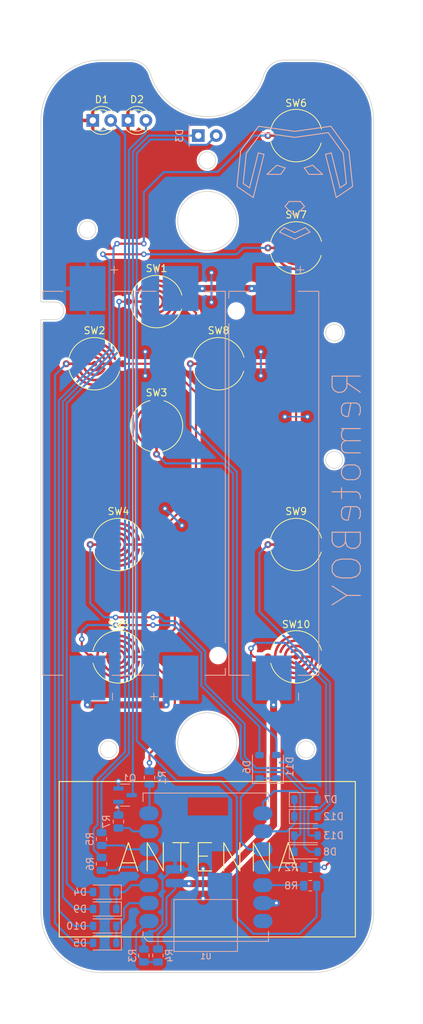
<source format=kicad_pcb>
(kicad_pcb (version 20240108) (generator "pcbnew") (generator_version "8.0")
  (title_block (title "RemoteBOY") (date "2024-03-24") (rev "1") (company "Lola Engineering") (comment 4 "AISLER Project ID: SVAXIMHV"))
  (layers (0 "F.Cu" mixed) (31 "B.Cu" mixed) (34 "B.Paste" user) (35 "F.Paste" user) (36 "B.SilkS" user "B.Silkscreen") (37 "F.SilkS" user "F.Silkscreen") (38 "B.Mask" user) (39 "F.Mask" user) (44 "Edge.Cuts" user))
  (net 0 "")
  (net 2 "Net-(D1-A)")
  (net 3 "GND")
  (net 4 "Net-(D2-A)")
  (net 5 "Net-(D3-A)")
  (net 6 "Net-(D3-K)")
  (net 7 "/ROW1")
  (net 8 "Net-(D4-A)")
  (net 9 "/ROW2")
  (net 10 "Net-(D5-A)")
  (net 11 "/ROW3")
  (net 12 "Net-(D6-A)")
  (net 13 "Net-(D7-A)")
  (net 14 "/ROW4")
  (net 15 "/ROW5")
  (net 16 "Net-(D8-A)")
  (net 17 "Net-(D9-A)")
  (net 18 "Net-(D10-A)")
  (net 19 "Net-(D11-A)")
  (net 20 "Net-(D12-A)")
  (net 21 "Net-(D13-A)")
  (net 22 "/COL1")
  (net 23 "Net-(R1-Pad2)")
  (net 24 "/COL2")
  (net 25 "Net-(R2-Pad2)")
  (net 26 "/BAT+")
  (net 27 "/ANALOG1")
  (net 28 "/BAT-")
  (net 29 "/LED1")
  (net 30 "/LED2")
  (net 31 "Net-(Q1-B)")
  (net 32 "/IR_LED")
  (net 33 "/3V3+")
  (net 34 "Net-(BT1-+)")
  (net 35 "Net-(BT2-+)")
  (footprint "LED_THT:LED_D3.0mm" (layer "F.Cu") (at 55.56 33)
    (property "Reference" "D1")
    (property "Value" "WP710A10LYD")
  )
  (footprint "XIAO_ESP32C3:SiliconeDome" (layer "F.Cu") (at 84.4 93.05)
    (property "Reference" "SW9")
    (property "Value" "SW_Push")
  )
  (footprint "XIAO_ESP32C3:SiliconeDome" (layer "F.Cu") (at 84.4 51.05)
    (property "Reference" "SW7")
    (property "Value" "SW_Push")
  )
  (footprint "XIAO_ESP32C3:SiliconeDome" (layer "F.Cu") (at 84.4 35.15)
    (property "Reference" "SW6")
    (property "Value" "SW_Push")
  )
  (footprint "LED_THT:LED_D3.0mm" (layer "F.Cu") (at 60.56 33)
    (property "Reference" "D2")
    (property "Value" "WP710A10LYD")
  )
  (footprint "XIAO_ESP32C3:SiliconeDome" (layer "F.Cu") (at 64.6 76.25 90)
    (property "Reference" "SW3")
    (property "Value" "SW_Push")
  )
  (footprint "XIAO_ESP32C3:SiliconeDome" (layer "F.Cu") (at 64.6 58.65)
    (property "Reference" "SW1")
    (property "Value" "SW_Push")
  )
  (footprint "XIAO_ESP32C3:SiliconeDome" (layer "F.Cu") (at 59.2 93.05)
    (property "Reference" "SW4")
    (property "Value" "SW_Push")
  )
  (footprint "XIAO_ESP32C3:SiliconeDome" (layer "F.Cu") (at 84.4 108.95)
    (property "Reference" "SW10")
    (property "Value" "SW_Push")
  )
  (footprint "XIAO_ESP32C3:SiliconeDome" (layer "F.Cu") (at 73.4 67.45)
    (property "Reference" "SW8")
    (property "Value" "SW_Push")
  )
  (footprint "XIAO_ESP32C3:SiliconeDome" (layer "F.Cu") (at 55.8 67.45)
    (property "Reference" "SW2")
    (property "Value" "SW_Push")
  )
  (footprint "XIAO_ESP32C3:SiliconeDome" (layer "F.Cu") (at 59.2 108.95)
    (property "Reference" "SW5")
    (property "Value" "SW_Push")
  )
  (footprint "Resistor_SMD:R_0805_2012Metric" (layer "B.Cu") (at 64.8 151.2375 90)
    (property "Reference" "R4")
    (property "Value" "220k")
  )
  (footprint "Resistor_SMD:R_0805_2012Metric" (layer "B.Cu") (at 56.8 134.7375 90)
    (property "Reference" "R5")
    (property "Value" "470")
  )
  (footprint "Diode_SMD:D_SOD-123" (layer "B.Cu") (at 79.2 124.5 90)
    (property "Reference" "D6")
    (property "Value" "1N4148W")
  )
  (footprint "Diode_SMD:D_SOD-123" (layer "B.Cu") (at 85.8 136.55)
    (property "Reference" "D8")
    (property "Value" "1N4148W")
  )
  (footprint "Diode_SMD:D_SOD-123" (layer "B.Cu") (at 85.8 129.15)
    (property "Reference" "D7")
    (property "Value" "1N4148W")
  )
  (footprint "Resistor_SMD:R_0805_2012Metric" (layer "B.Cu") (at 86.4125 138.75)
    (property "Reference" "R2")
    (property "Value" "470")
  )
  (footprint "Diode_SMD:D_SOD-123" (layer "B.Cu") (at 85.8 131.55)
    (property "Reference" "D12")
    (property "Value" "1N4148W")
  )
  (footprint "Diode_SMD:D_SOD-123" (layer "B.Cu") (at 85.8 134.25)
    (property "Reference" "D13")
    (property "Value" "1N4148W")
  )
  (footprint "LED_THT:LED_D5.0mm" (layer "B.Cu") (at 70.525 35.15)
    (property "Reference" "D3")
    (property "Value" "TSAL6200")
  )
  (footprint "Keystone_1020:BAT_1020" (layer "B.Cu") (at 68.01 84.37 90)
    (property "Reference" "BT2" (hide yes))
    (property "Value" "AAA" (hide yes))
  )
  (footprint "Keystone_1020:BAT_1020" (layer "B.Cu") (at 54.81 84.37 -90)
    (property "Reference" "BT3" (hide yes))
    (property "Value" "AAA" (hide yes))
  )
  (footprint "Diode_SMD:D_SOD-123" (layer "B.Cu") (at 81.6 124.5 90)
    (property "Reference" "D11")
    (property "Value" "1N4148W")
  )
  (footprint "Resistor_SMD:R_0805_2012Metric" (layer "B.Cu") (at 86.4 141.35 180)
    (property "Reference" "R8")
    (property "Value" "22 1/2W")
  )
  (footprint "Diode_SMD:D_SOD-123" (layer "B.Cu") (at 57.25 142.25 180)
    (property "Reference" "D4")
    (property "Value" "1N4148W")
  )
  (footprint "Resistor_SMD:R_0805_2012Metric" (layer "B.Cu") (at 59.2 132.2625 90)
    (property "Reference" "R7")
    (property "Value" "330")
  )
  (footprint "Package_TO_SOT_SMD:SOT-23" (layer "B.Cu") (at 60.1375 128.525)
    (property "Reference" "Q1")
    (property "Value" "MMBT2222A")
  )
  (footprint "Diode_SMD:D_SOD-123" (layer "B.Cu") (at 57.25 144.65 180)
    (property "Reference" "D9")
    (property "Value" "1N4148W")
  )
  (footprint "XIAO_ESP32C3:MOUDLE14P-SMD-2.54-21X17.8MM" (layer "B.Cu") (at 62.6825 128.23075)
    (property "Reference" "U1")
    (property "Value" "MOUDLE-SEEEDUINO-XIAO-ESP32C3")
  )
  (footprint "Diode_SMD:D_SOD-123" (layer "B.Cu") (at 57.25 147.05 180)
    (property "Reference" "D10")
    (property "Value" "1N4148W")
  )
  (footprint "Diode_SMD:D_SOD-123" (layer "B.Cu") (at 57.25 149.45 180)
    (property "Reference" "D5")
    (property "Value" "1N4148W")
  )
  (footprint "Keystone_1020:BAT_1020" (layer "B.Cu") (at 81.21 84.37 -90)
    (property "Reference" "BT1" (hide yes))
    (property "Value" "AAA" (hide yes))
  )
  (footprint "Resistor_SMD:R_0805_2012Metric" (layer "B.Cu") (at 56.8 138.2625 90)
    (property "Reference" "R6")
    (property "Value" "470")
  )
  (footprint "Resistor_SMD:R_0805_2012Metric" (layer "B.Cu") (at 63.6 126.0375 90)
    (property "Reference" "R1")
    (property "Value" "470")
  )
  (footprint "Resistor_SMD:R_0805_2012Metric" (layer "B.Cu") (at 62.8 151.2375 -90)
    (property "Reference" "R3")
    (property "Value" "220k")
  )
  (gr_line (start 82.8 74.95) (end 86 74.95) (stroke (width 0.2)) (layer "B.Cu") (net 3))
  (gr_line (start 82.826938 45.180683) (end 84.2074 46.572059) (stroke (width 0.14)) (layer "B.SilkS"))
  (gr_line (start 91.887977 37.33761) (end 92.4148 42.35) (stroke (width 0.14)) (layer "B.SilkS"))
  (gr_line (start 82.050387 48.806747) (end 84.2074 49.812578) (stroke (width 0.14)) (layer "B.SilkS"))
  (gr_line (start 86.198183 40.633616) (end 88.158183 40.633616) (stroke (width 0.14)) (layer "B.SilkS"))
  (gr_line (start 76 42.35) (end 78.321305 43.915741) (stroke (width 0.14)) (layer "B.SilkS"))
  (gr_line (start 82.682477 48.174657) (end 82.050387 48.806747) (stroke (width 0.14)) (layer "B.SilkS"))
  (gr_line (start 82.216617 40.633616) (end 82.867069 39.721853) (stroke (width 0.14)) (layer "B.SilkS"))
  (gr_line (start 85.732323 48.174657) (end 84.2074 48.885741) (stroke (width 0.14)) (layer "B.SilkS"))
  (gr_line (start 84.2074 48.885741) (end 82.682477 48.174657) (stroke (width 0.14)) (layer "B.SilkS"))
  (gr_line (start 86.749387 39.342877) (end 85.547731 39.721853) (stroke (width 0.14)) (layer "B.SilkS"))
  (gr_line (start 78.321305 43.915741) (end 79.845413 37.802877) (stroke (width 0.14)) (layer "B.SilkS"))
  (gr_line (start 85.0124 44.475741) (end 83.4024 44.475741) (stroke (width 0.14)) (layer "B.SilkS"))
  (gr_line (start 76.526823 37.33761) (end 76 42.35) (stroke (width 0.14)) (layer "B.SilkS"))
  (gr_line (start 90.618323 42.548516) (end 89.384435 37.599663) (stroke (width 0.14)) (layer "B.SilkS"))
  (gr_line (start 81.665413 39.342877) (end 80.256617 40.633616) (stroke (width 0.14)) (layer "B.SilkS"))
  (gr_line (start 92.4148 42.35) (end 90.093495 43.915741) (stroke (width 0.14)) (layer "B.SilkS"))
  (gr_line (start 88.954083 34.728545) (end 91.076105 37.649258) (stroke (width 0.14)) (layer "B.SilkS"))
  (gr_line (start 80.256617 40.633616) (end 82.216617 40.633616) (stroke (width 0.14)) (layer "B.SilkS"))
  (gr_line (start 84.2074 49.812578) (end 86.364413 48.806747) (stroke (width 0.14)) (layer "B.SilkS"))
  (gr_line (start 79.030365 37.599663) (end 79.845413 37.802877) (stroke (width 0.14)) (layer "B.SilkS"))
  (gr_line (start 84.2074 34.547393) (end 79.077811 33.826476) (stroke (width 0.14)) (layer "B.SilkS"))
  (gr_line (start 76.888156 41.935846) (end 77.796477 42.548516) (stroke (width 0.14)) (layer "B.SilkS"))
  (gr_line (start 84.2074 35.395648) (end 88.954083 34.728545) (stroke (width 0.14)) (layer "B.SilkS"))
  (gr_line (start 89.336989 33.826476) (end 91.887977 37.33761) (stroke (width 0.14)) (layer "B.SilkS"))
  (gr_line (start 88.158183 40.633616) (end 86.749387 39.342877) (stroke (width 0.14)) (layer "B.SilkS"))
  (gr_line (start 82.867069 39.721853) (end 81.665413 39.342877) (stroke (width 0.14)) (layer "B.SilkS"))
  (gr_line (start 79.077811 33.826476) (end 76.526823 37.33761) (stroke (width 0.14)) (layer "B.SilkS"))
  (gr_line (start 85.587862 45.180683) (end 85.0124 44.475741) (stroke (width 0.14)) (layer "B.SilkS"))
  (gr_line (start 77.338695 37.649258) (end 76.888156 41.935846) (stroke (width 0.14)) (layer "B.SilkS"))
  (gr_line (start 84.2074 46.572059) (end 85.587862 45.180683) (stroke (width 0.14)) (layer "B.SilkS"))
  (gr_line (start 85.547731 39.721853) (end 86.198183 40.633616) (stroke (width 0.14)) (layer "B.SilkS"))
  (gr_line (start 79.460717 34.728545) (end 77.338695 37.649258) (stroke (width 0.14)) (layer "B.SilkS"))
  (gr_line (start 90.093495 43.915741) (end 88.569387 37.802877) (stroke (width 0.14)) (layer "B.SilkS"))
  (gr_line (start 89.384435 37.599663) (end 88.569387 37.802877) (stroke (width 0.14)) (layer "B.SilkS"))
  (gr_line (start 86.364413 48.806747) (end 85.732323 48.174657) (stroke (width 0.14)) (layer "B.SilkS"))
  (gr_line (start 91.076105 37.649258) (end 91.526644 41.935846) (stroke (width 0.14)) (layer "B.SilkS"))
  (gr_line (start 83.4024 44.475741) (end 82.826938 45.180683) (stroke (width 0.14)) (layer "B.SilkS"))
  (gr_line (start 91.526644 41.935846) (end 90.618323 42.548516) (stroke (width 0.14)) (layer "B.SilkS"))
  (gr_line (start 77.796477 42.548516) (end 79.030365 37.599663) (stroke (width 0.14)) (layer "B.SilkS"))
  (gr_line (start 84.2074 35.395648) (end 79.460717 34.728545) (stroke (width 0.14)) (layer "B.SilkS"))
  (gr_line (start 84.2074 34.547393) (end 89.336989 33.826476) (stroke (width 0.14)) (layer "B.SilkS"))
  (gr_rect (start 50.8 126.6) (end 92.8 148.6) (stroke (width 0.15)) (fill none) (layer "F.SilkS"))
  (gr_arc (start 79.817709 26.555263) (mid 80.904126 25.032947) (end 82.681173 24.45) (stroke (width 0.1)) (layer "Edge.Cuts"))
  (gr_arc (start 60.918826 24.45) (mid 62.69586 25.032965) (end 63.782291 26.555263) (stroke (width 0.1)) (layer "Edge.Cuts"))
  (gr_line (start 95.4 33.049996) (end 95.4 145.049992) (stroke (width 0.1)) (layer "Edge.Cuts"))
  (gr_circle (center 57.8 122.05) (end 59 122.05) (stroke (width 0.1)) (fill none) (layer "Edge.Cuts"))
  (gr_arc (start 48.2 33.049998) (mid 50.718882 26.968882) (end 56.799998 24.45) (stroke (width 0.1)) (layer "Edge.Cuts"))
  (gr_arc (start 86.800003 24.45) (mid 92.881118 26.968881) (end 95.4 33.049996) (stroke (width 0.1)) (layer "Edge.Cuts"))
  (gr_circle (center 89.8 63.05) (end 91 63.05) (stroke (width 0.1)) (fill none) (layer "Edge.Cuts"))
  (gr_circle (center 85.8 122.05) (end 87 122.05) (stroke (width 0.1)) (fill none) (layer "Edge.Cuts"))
  (gr_arc (start 56.800001 153.65) (mid 50.718882 151.131118) (end 48.2 145.049999) (stroke (width 0.1)) (layer "Edge.Cuts"))
  (gr_line (start 56.799998 24.45) (end 60.918826 24.45) (stroke (width 0.1)) (layer "Edge.Cuts"))
  (gr_line (start 50.2 58.7) (end 48.2 58.7) (stroke (width 0.1)) (layer "Edge.Cuts"))
  (gr_line (start 86.799992 153.65) (end 56.800001 153.65) (stroke (width 0.1)) (layer "Edge.Cuts"))
  (gr_arc (start 95.4 145.049992) (mid 92.881118 151.131118) (end 86.799992 153.65) (stroke (width 0.1)) (layer "Edge.Cuts"))
  (gr_arc (start 50.2 58.7) (mid 51.45 59.95) (end 50.2 61.2) (stroke (width 0.1)) (layer "Edge.Cuts"))
  (gr_line (start 48.2 145.049999) (end 48.2 61.2) (stroke (width 0.1)) (layer "Edge.Cuts"))
  (gr_circle (center 71.8 38.65) (end 73 38.65) (stroke (width 0.1)) (fill none) (layer "Edge.Cuts"))
  (gr_line (start 48.2 58.7) (end 48.2 33.049998) (stroke (width 0.1)) (layer "Edge.Cuts"))
  (gr_circle (center 89.8 81.05) (end 91 81.05) (stroke (width 0.1)) (fill none) (layer "Edge.Cuts"))
  (gr_line (start 82.681173 24.45) (end 86.800003 24.45) (stroke (width 0.1)) (layer "Edge.Cuts"))
  (gr_arc (start 79.817709 26.555263) (mid 71.8 32.45) (end 63.782291 26.555263) (stroke (width 0.1)) (layer "Edge.Cuts"))
  (gr_circle (center 71.8 47.25) (end 76 47.25) (stroke (width 0.1)) (fill none) (layer "Edge.Cuts"))
  (gr_circle (center 71.8 121.05) (end 76 121.05) (stroke (width 0.1)) (fill none) (layer "Edge.Cuts"))
  (gr_line (start 50.2 61.2) (end 48.2 61.2) (stroke (width 0.1)) (layer "Edge.Cuts"))
  (gr_circle (center 54.8 48.45) (end 56 48.45) (stroke (width 0.1)) (fill none) (layer "Edge.Cuts"))
  (gr_text "RemoteBOY" (at 94 68.15 90) (layer "B.SilkS") (effects (font (size 4 4)) (justify left bottom mirror)))
  (gr_text "ANTENNA" (at 58.8 139.75 0) (layer "F.SilkS") (effects (font (size 4 4)) (justify left bottom)))
  (segment (start 56.246 126.304) (end 56.246 132.734676) (width 0.3) (layer "B.Cu") (net 2))
  (segment (start 58.1 33) (end 60.138 35.038) (width 0.3) (layer "B.Cu") (net 2))
  (segment (start 60.138 35.038) (end 60.138 122.412) (width 0.3) (layer "B.Cu") (net 2))
  (segment (start 55.696 133.284676) (end 55.696 136.246) (width 0.3) (layer "B.Cu") (net 2))
  (segment (start 55.696 136.246) (end 56.8 137.35) (width 0.3) (layer "B.Cu") (net 2))
  (segment (start 60.138 122.412) (end 56.246 126.304) (width 0.3) (layer "B.Cu") (net 2))
  (segment (start 56.246 132.734676) (end 55.696 133.284676) (width 0.3) (layer "B.Cu") (net 2))
  (via (at 79.4 69.15) (size 0.8) (drill 0.4) (layers "F.Cu" "B.Cu") (net 3))
  (via (at 63 69.15) (size 0.8) (drill 0.4) (layers "F.Cu" "B.Cu") (net 3))
  (via (at 63 65.75) (size 0.8) (drill 0.4) (layers "F.Cu" "B.Cu") (net 3))
  (via (at 71.2 138.95) (size 0.8) (drill 0.4) (layers "F.Cu" "B.Cu") (net 3))
  (via (at 86 74.95) (size 0.8) (drill 0.4) (layers "F.Cu" "B.Cu") (net 3))
  (via (at 72.4 58.75) (size 0.8) (drill 0.4) (layers "F.Cu" "B.Cu") (net 3))
  (via (at 59.2 126.55) (size 0.8) (drill 0.4) (layers "F.Cu" "B.Cu") (net 3))
  (via (at 68.2 90.35) (size 0.8) (drill 0.4) (layers "F.Cu" "B.Cu") (net 3))
  (via (at 71.2 143.15) (size 0.8) (drill 0.4) (layers "F.Cu" "B.Cu") (net 3))
  (via (at 81.6 143.8) (size 0.8) (drill 0.4) (layers "F.Cu" "B.Cu") (net 3))
  (via (at 72.4 54.55) (size 0.8) (drill 0.4) (layers "F.Cu" "B.Cu") (net 3))
  (via (at 65.8 87.95) (size 0.8) (drill 0.4) (layers "F.Cu" "B.Cu") (net 3))
  (via (at 82.8 74.95) (size 0.8) (drill 0.4) (layers "F.Cu" "B.Cu") (net 3))
  (via (at 79.4 65.75) (size 0.8) (drill 0.4) (layers "F.Cu" "B.Cu") (net 3))
  (segment (start 63 65.75) (end 63 69.15) (width 0.3) (layer "B.Cu") (net 3))
  (segment (start 59.2 126.55) (end 59.2 127.575) (width 0.3) (layer "B.Cu") (net 3))
  (segment (start 65.8 87.95) (end 68.2 90.35) (width 0.3) (layer "B.Cu") (net 3))
  (segment (start 72.4 54.55) (end 72.4 58.75) (width 0.3) (layer "B.Cu") (net 3))
  (segment (start 79.4 65.75) (end 79.4 69.15) (width 0.3) (layer "B.Cu") (net 3))
  (segment (start 79.6825 143.81075) (end 81.58925 143.81075) (width 1) (layer "B.Cu") (net 3))
  (segment (start 71.2 138.95) (end 71.2 143.15) (width 0.3) (layer "B.Cu") (net 3))
  (segment (start 63.1 34.75) (end 60.692 37.158) (width 0.3) (layer "B.Cu") (net 4))
  (segment (start 63.1 33) (end 63.1 34.75) (width 0.3) (layer "B.Cu") (net 4))
  (segment (start 56.8 126.533474) (end 56.8 133.825) (width 0.3) (layer "B.Cu") (net 4))
  (segment (start 60.692 37.158) (end 60.692 122.641474) (width 0.3) (layer "B.Cu") (net 4))
  (segment (start 60.692 122.641474) (end 56.8 126.533474) (width 0.3) (layer "B.Cu") (net 4))
  (segment (start 87.3125 145.7375) (end 87.3125 141.35) (width 0.3) (layer "B.Cu") (net 5))
  (segment (start 84.9 148.15) (end 87.3125 145.7375) (width 0.3) (layer "B.Cu") (net 5))
  (segment (start 71.761 36.454) (end 69.221 36.454) (width 0.3) (layer "B.Cu") (net 5))
  (segment (start 69.221 36.454) (end 68.471 35.704) (width 0.3) (layer "B.Cu") (net 5))
  (segment (start 73.065 35.15) (end 71.761 36.454) (width 0.3) (layer "B.Cu") (net 5))
  (segment (start 68.471 35.704) (end 63.746 35.704) (width 0.3) (layer "B.Cu") (net 5))
  (segment (start 73.746382 126.55) (end 76 128.803618) (width 0.3) (layer "B.Cu") (net 5))
  (segment (start 67.5 126.55) (end 73.746382 126.55) (width 0.3) (layer "B.Cu") (net 5))
  (segment (start 76 145.85) (end 78.3 148.15) (width 0.3) (layer "B.Cu") (net 5))
  (segment (start 61.8 37.65) (end 61.8 120.85) (width 0.3) (layer "B.Cu") (net 5))
  (segment (start 61.8 120.85) (end 67.5 126.55) (width 0.3) (layer "B.Cu") (net 5))
  (segment (start 63.746 35.704) (end 61.8 37.65) (width 0.3) (layer "B.Cu") (net 5))
  (segment (start 78.3 148.15) (end 84.9 148.15) (width 0.3) (layer "B.Cu") (net 5))
  (segment (start 76 128.803618) (end 76 145.85) (width 0.3) (layer "B.Cu") (net 5))
  (segment (start 73.1 35.005588) (end 73.1 34.95) (width 0.3) (layer "B.Cu") (net 5))
  (segment (start 61.246 128.354) (end 61.075 128.525) (width 0.3) (layer "B.Cu") (net 6))
  (segment (start 63.5 35.15) (end 61.246 37.404) (width 0.3) (layer "B.Cu") (net 6))
  (segment (start 70.525 35.15) (end 63.5 35.15) (width 0.3) (layer "B.Cu") (net 6))
  (segment (start 61.246 37.404) (end 61.246 128.354) (width 0.3) (layer "B.Cu") (net 6))
  (segment (start 61.07925 141.27075) (end 63.5175 141.27075) (width 0.3) (layer "B.Cu") (net 7))
  (segment (start 60.1 142.25) (end 61.07925 141.27075) (width 0.3) (layer "B.Cu") (net 7))
  (segment (start 63.43825 141.35) (end 63.5175 141.27075) (width 0.3) (layer "B.Cu") (net 7))
  (segment (start 58.9 142.25) (end 58.9 144.65) (width 0.3) (layer "B.Cu") (net 7))
  (segment (start 58.9 142.25) (end 60.1 142.25) (width 0.3) (layer "B.Cu") (net 7))
  (segment (start 59.3 58.65) (end 60.6 58.65) (width 0.3) (layer "F.Cu") (net 8))
  (via (at 59.3 58.65) (size 0.8) (drill 0.4) (layers "F.Cu" "B.Cu") (net 8))
  (segment (start 59.3 65.616948) (end 59.3 58.65) (width 0.3) (layer "B.Cu") (net 8))
  (segment (start 53.1 142.25) (end 51.866 141.016) (width 0.3) (layer "B.Cu") (net 8))
  (segment (start 51.866 73.050948) (end 59.3 65.616948) (width 0.3) (layer "B.Cu") (net 8))
  (segment (start 55.6 142.25) (end 53.1 142.25) (width 0.3) (layer "B.Cu") (net 8))
  (segment (start 51.866 141.016) (end 51.866 73.050948) (width 0.3) (layer "B.Cu") (net 8))
  (segment (start 58.9 147.05) (end 58.9 149.45) (width 0.3) (layer "B.Cu") (net 9))
  (segment (start 60.73925 143.81075) (end 63.5175 143.81075) (width 0.3) (layer "B.Cu") (net 9))
  (segment (start 58.9 147.05) (end 60 145.95) (width 0.3) (layer "B.Cu") (net 9))
  (segment (start 60 144.55) (end 60.73925 143.81075) (width 0.3) (layer "B.Cu") (net 9))
  (segment (start 60 145.95) (end 60 144.55) (width 0.3) (layer "B.Cu") (net 9))
  (via (at 51.8 67.45) (size 0.8) (drill 0.4) (layers "F.Cu" "B.Cu") (net 10))
  (segment (start 50.204 146.654) (end 53 149.45) (width 0.3) (layer "B.Cu") (net 10))
  (segment (start 50.204 69.046) (end 50.204 146.654) (width 0.3) (layer "B.Cu") (net 10))
  (segment (start 51.8 67.45) (end 50.204 69.046) (width 0.3) (layer "B.Cu") (net 10))
  (segment (start 53 149.45) (end 55.6 149.45) (width 0.3) (layer "B.Cu") (net 10))
  (segment (start 79.2 126.15) (end 76.554 128.796) (width 0.3) (layer "B.Cu") (net 11))
  (segment (start 77.64075 136.19075) (end 79.6825 136.19075) (width 0.3) (layer "B.Cu") (net 11))
  (segment (start 76.554 135.104) (end 77.64075 136.19075) (width 0.3) (layer "B.Cu") (net 11))
  (segment (start 76.554 128.796) (end 76.554 135.104) (width 0.3) (layer "B.Cu") (net 11))
  (segment (start 79.2 126.15) (end 81.6 126.15) (width 0.3) (layer "B.Cu") (net 11))
  (via (at 64.6 80.25) (size 0.8) (drill 0.4) (layers "F.Cu" "B.Cu") (net 12))
  (segment (start 79.2 122.85) (end 79.2 118.833474) (width 0.3) (layer "B.Cu") (net 12))
  (segment (start 74.016526 81.55) (end 65.9 81.55) (width 0.3) (layer "B.Cu") (net 12))
  (segment (start 75.446 82.979474) (end 74.016526 81.55) (width 0.3) (layer "B.Cu") (net 12))
  (segment (start 65.9 81.55) (end 64.6 80.25) (width 0.3) (layer "B.Cu") (net 12))
  (segment (start 79.2 118.833474) (end 75.446 115.079474) (width 0.3) (layer "B.Cu") (net 12))
  (segment (start 75.446 115.079474) (end 75.446 82.979474) (width 0.3) (layer "B.Cu") (net 12))
  (segment (start 64.1 103.35) (end 58.8 103.35) (width 0.3) (layer "F.Cu") (net 13))
  (via (at 64.1 103.35) (size 0.8) (drill 0.4) (layers "F.Cu" "B.Cu") (net 13))
  (via (at 55.2 93.05) (size 0.8) (drill 0.4) (layers "F.Cu" "B.Cu") (net 13))
  (via (at 58.8 103.35) (size 0.8) (drill 0.4) (layers "F.Cu" "B.Cu") (net 13))
  (segment (start 87.45 129.15) (end 87.45 128) (width 0.3) (layer "B.Cu") (net 13))
  (segment (start 71.508 108.131526) (end 67.272474 103.896) (width 0.3) (layer "B.Cu") (net 13))
  (segment (start 58.8 103.35) (end 57.2 103.35) (width 0.3) (layer "B.Cu") (net 13))
  (segment (start 78.729474 124.696) (end 77.1 123.066526) (width 0.3) (layer "B.Cu") (net 13))
  (segment (start 71.508 112.820526) (end 71.508 108.131526) (width 0.3) (layer "B.Cu") (net 13))
  (segment (start 57.2 103.35) (end 55.2 101.35) (width 0.3) (layer "B.Cu") (net 13))
  (segment (start 65.646 103.896) (end 65.1 103.35) (width 0.3) (layer "B.Cu") (net 13))
  (segment (start 82.812948 124.696) (end 78.729474 124.696) (width 0.3) (layer "B.Cu") (net 13))
  (segment (start 67.272474 103.896) (end 65.646 103.896) (width 0.3) (layer "B.Cu") (net 13))
  (segment (start 87.45 128) (end 87 127.55) (width 0.3) (layer "B.Cu") (net 13))
  (segment (start 87 127.55) (end 85.666948 127.55) (width 0.3) (layer "B.Cu") (net 13))
  (segment (start 65.1 103.35) (end 64.1 103.35) (width 0.3) (layer "B.Cu") (net 13))
  (segment (start 55.2 101.35) (end 55.2 93.05) (width 0.3) (layer "B.Cu") (net 13))
  (segment (start 77.1 118.412526) (end 71.508 112.820526) (width 0.3) (layer "B.Cu") (net 13))
  (segment (start 77.1 123.066526) (end 77.1 118.412526) (width 0.3) (layer "B.Cu") (net 13))
  (segment (start 85.666948 127.55) (end 82.812948 124.696) (width 0.3) (layer "B.Cu") (net 13))
  (segment (start 84.15 131.55) (end 84.15 129.15) (width 0.3) (layer "B.Cu") (net 14))
  (segment (start 84.15 132.6) (end 84.15 131.55) (width 0.3) (layer "B.Cu") (net 14))
  (segment (start 79.6825 133.65075) (end 83.09925 133.65075) (width 0.3) (layer "B.Cu") (net 14))
  (segment (start 83.09925 133.65075) (end 84.15 132.6) (width 0.3) (layer "B.Cu") (net 14))
  (segment (start 84.15 134.25) (end 84.8 134.25) (width 0.3) (layer "B.Cu") (net 15))
  (segment (start 79.6825 129.5675) (end 79.6825 131.11075) (width 0.3) (layer "B.Cu") (net 15))
  (segment (start 84.8 134.25) (end 85.004 134.046) (width 0.3) (layer "B.Cu") (net 15))
  (segment (start 85.004 128.454) (end 84.5 127.95) (width 0.3) (layer "B.Cu") (net 15))
  (segment (start 81.3 127.95) (end 79.6825 129.5675) (width 0.3) (layer "B.Cu") (net 15))
  (segment (start 85.004 134.046) (end 85.004 128.454) (width 0.3) (layer "B.Cu") (net 15))
  (segment (start 84.5 127.95) (end 81.3 127.95) (width 0.3) (layer "B.Cu") (net 15))
  (segment (start 84.15 134.25) (end 84.15 136.55) (width 0.3) (layer "B.Cu") (net 15))
  (segment (start 54 107.75) (end 55.2 108.95) (width 0.3) (layer "F.Cu") (net 16))
  (segment (start 54 106.45) (end 54 107.75) (width 0.3) (layer "F.Cu") (net 16))
  (segment (start 64.1 104.45) (end 58.8 104.45) (width 0.3) (layer "F.Cu") (net 16))
  (via (at 58.8 104.45) (size 0.8) (drill 0.4) (layers "F.Cu" "B.Cu") (net 16))
  (via (at 54 106.45) (size 0.8) (drill 0.4) (layers "F.Cu" "B.Cu") (net 16))
  (via (at 64.1 104.45) (size 0.8) (drill 0.4) (layers "F.Cu" "B.Cu") (net 16))
  (segment (start 82.583474 125.25) (end 85.558 128.224526) (width 0.3) (layer "B.Cu") (net 16))
  (segment (start 64.1 104.45) (end 67.043 104.45) (width 0.3) (layer "B.Cu") (net 16))
  (segment (start 67.043 104.45) (end 70.954 108.361) (width 0.3) (layer "B.Cu") (net 16))
  (segment (start 54 105.25) (end 54 106.45) (width 0.3) (layer "B.Cu") (net 16))
  (segment (start 78.5 125.25) (end 82.583474 125.25) (width 0.3) (layer "B.Cu") (net 16))
  (segment (start 85.558 128.224526) (end 85.558 135.808) (width 0.3) (layer "B.Cu") (net 16))
  (segment (start 76.546 118.642) (end 76.546 123.296) (width 0.3) (layer "B.Cu") (net 16))
  (segment (start 85.558 135.808) (end 86.3 136.55) (width 0.3) (layer "B.Cu") (net 16))
  (segment (start 76.546 123.296) (end 78.5 125.25) (width 0.3) (layer "B.Cu") (net 16))
  (segment (start 70.954 113.05) (end 76.546 118.642) (width 0.3) (layer "B.Cu") (net 16))
  (segment (start 86.3 136.55) (end 87.45 136.55) (width 0.3) (layer "B.Cu") (net 16))
  (segment (start 54.8 104.45) (end 54 105.25) (width 0.3) (layer "B.Cu") (net 16))
  (segment (start 58.8 104.45) (end 54.8 104.45) (width 0.3) (layer "B.Cu") (net 16))
  (segment (start 70.954 108.361) (end 70.954 113.05) (width 0.3) (layer "B.Cu") (net 16))
  (segment (start 59 50.45) (end 62.8 50.45) (width 0.3) (layer "F.Cu") (net 17))
  (via (at 80.4 35.15) (size 0.8) (drill 0.4) (layers "F.Cu" "B.Cu") (net 17))
  (via (at 59 50.45) (size 0.8) (drill 0.4) (layers "F.Cu" "B.Cu") (net 17))
  (via (at 62.8 50.45) (size 0.8) (drill 0.4) (layers "F.Cu" "B.Cu") (net 17))
  (segment (start 55.6 144.65) (end 53 144.65) (width 0.3) (layer "B.Cu") (net 17))
  (segment (start 51.312 142.962) (end 51.312 72.821474) (width 0.3) (layer "B.Cu") (net 17))
  (segment (start 58.496 58.316972) (end 58.5 58.312972) (width 0.3) (layer "B.Cu") (net 17))
  (segment (start 58.496 58.983028) (end 58.496 58.316972) (width 0.3) (layer "B.Cu") (net 17))
  (segment (start 53 144.65) (end 51.312 142.962) (width 0.3) (layer "B.Cu") (net 17))
  (segment (start 58.5 58.987028) (end 58.496 58.983028) (width 0.3) (layer "B.Cu") (net 17))
  (segment (start 62.8 43.15) (end 65.640479 40.309521) (width 0.3) (layer "B.Cu") (net 17))
  (segment (start 72.104935 40.281263) (end 73.268737 40.281263) (width 0.3) (layer "B.Cu") (net 17))
  (segment (start 65.640479 40.309521) (end 71.8 40.309521) (width 0.3) (layer "B.Cu") (net 17))
  (segment (start 58.5 50.95) (end 59 50.45) (width 0.3) (layer "B.Cu") (net 17))
  (segment (start 71.8 40.309521) (end 72.104935 40.281263) (width 0.3) (layer "B.Cu") (net 17))
  (segment (start 73.268737 40.281263) (end 78.4 35.15) (width 0.3) (layer "B.Cu") (net 17))
  (segment (start 51.312 72.821474) (end 58.5 65.633474) (width 0.3) (layer "B.Cu") (net 17))
  (segment (start 58.5 65.633474) (end 58.5 58.987028) (width 0.3) (layer "B.Cu") (net 17))
  (segment (start 78.4 35.15) (end 80.4 35.15) (width 0.3) (layer "B.Cu") (net 17))
  (segment (start 58.5 58.312972) (end 58.5 50.95) (width 0.3) (layer "B.Cu") (net 17))
  (segment (start 62.8 50.45) (end 62.8 43.15) (width 0.3) (layer "B.Cu") (net 17))
  (segment (start 57 51.95) (end 62.8 51.95) (width 0.3) (layer "F.Cu") (net 18))
  (segment (start 62.8 51.95) (end 62.7 51.95) (width 0.3) (layer "F.Cu") (net 18))
  (via (at 80.4 51.05) (size 0.8) (drill 0.4) (layers "F.Cu" "B.Cu") (net 18))
  (via (at 57 51.95) (size 0.8) (drill 0.4) (layers "F.Cu" "B.Cu") (net 18))
  (via (at 62.8 51.95) (size 0.8) (drill 0.4) (layers "F.Cu" "B.Cu") (net 18))
  (segment (start 57.938 52.888) (end 57 51.95) (width 0.3) (layer "B.Cu") (net 18))
  (segment (start 55.6 147.05) (end 52.941737 147.05) (width 0.3) (layer "B.Cu") (net 18))
  (segment (start 76.9 51.05) (end 80.4 51.05) (width 0.3) (layer "B.Cu") (net 18))
  (segment (start 50.758 72.592) (end 57.938 65.412) (width 0.3) (layer "B.Cu") (net 18))
  (segment (start 57.938 65.412) (end 57.938 52.888) (width 0.3) (layer "B.Cu") (net 18))
  (segment (start 57 51.95) (end 56.9 51.85) (width 0.3) (layer "B.Cu") (net 18))
  (segment (start 50.758 144.866263) (end 50.758 72.592) (width 0.3) (layer "B.Cu") (net 18))
  (segment (start 62.8 51.95) (end 76 51.95) (width 0.3) (layer "B.Cu") (net 18))
  (segment (start 52.941737 147.05) (end 50.758 144.866263) (width 0.3) (layer "B.Cu") (net 18))
  (segment (start 76 51.95) (end 76.9 51.05) (width 0.3) (layer "B.Cu") (net 18))
  (via (at 69.4 67.45) (size 0.8) (drill 0.4) (layers "F.Cu" "B.Cu") (net 19))
  (segment (start 69.4 67.45) (end 69.4 76.15) (width 0.3) (layer "B.Cu") (net 19))
  (segment (start 76 114.85) (end 81.6 120.45) (width 0.3) (layer "B.Cu") (net 19))
  (segment (start 69.4 76.15) (end 76 82.75) (width 0.3) (layer "B.Cu") (net 19))
  (segment (start 76 82.75) (end 76 114.85) (width 0.3) (layer "B.Cu") (net 19))
  (segment (start 81.6 120.45) (end 81.6 122.85) (width 0.3) (layer "B.Cu") (net 19))
  (via (at 80.4 93.05) (size 0.8) (drill 0.4) (layers "F.Cu" "B.Cu") (net 20))
  (segment (start 79.2 94.25) (end 79.2 102.55) (width 0.3) (layer "B.Cu") (net 20))
  (segment (start 79.2 102.55) (end 89.2 112.55) (width 0.3) (layer "B.Cu") (net 20))
  (segment (start 89.2 129.8) (end 87.45 131.55) (width 0.3) (layer "B.Cu") (net 20))
  (segment (start 80.4 93.05) (end 79.2 94.25) (width 0.3) (layer "B.Cu") (net 20))
  (segment (start 89.2 112.55) (end 89.2 129.8) (width 0.3) (layer "B.Cu") (net 20))
  (segment (start 78 108.55) (end 78 107.75) (width 0.3) (layer "F.Cu") (net 21))
  (segment (start 80.4 108.95) (end 78.4 108.95) (width 0.3) (layer "F.Cu") (net 21))
  (segment (start 78.4 108.95) (end 78 108.55) (width 0.3) (layer "F.Cu") (net 21))
  (via (at 78 107.75) (size 0.8) (drill 0.4) (layers "F.Cu" "B.Cu") (net 21))
  (segment (start 86.7 130.35) (end 86.112 130.938) (width 0.3) (layer "B.Cu") (net 21))
  (segment (start 86.112 134.062) (end 86.3 134.25) (width 0.3) (layer "B.Cu") (net 21))
  (segment (start 88.646 112.779474) (end 88.646 129.449774) (width 0.3) (layer "B.Cu") (net 21))
  (segment (start 78.8 106.95) (end 82.816526 106.95) (width 0.3) (layer "B.Cu") (net 21))
  (segment (start 88.646 129.449774) (end 87.745774 130.35) (width 0.3) (layer "B.Cu") (net 21))
  (segment (start 86.112 130.938) (end 86.112 134.062) (width 0.3) (layer "B.Cu") (net 21))
  (segment (start 82.816526 106.95) (end 88.646 112.779474) (width 0.3) (layer "B.Cu") (net 21))
  (segment (start 86.3 134.25) (end 87.45 134.25) (width 0.3) (layer "B.Cu") (net 21))
  (segment (start 87.745774 130.35) (end 86.7 130.35) (width 0.3) (layer "B.Cu") (net 21))
  (segment (start 78 107.75) (end 78.8 106.95) (width 0.3) (layer "B.Cu") (net 21))
  (segment (start 63.6 131.02825) (end 63.5175 131.11075) (width 0.3) (layer "B.Cu") (net 22))
  (segment (start 63.6 126.95) (end 63.6 131.02825) (width 0.3) (layer "B.Cu") (net 22))
  (segment (start 63.2 93.05) (end 67.2 97.05) (width 0.3) (layer "F.Cu") (net 23))
  (segment (start 63.2 93.05) (end 70.2 86.05) (width 0.3) (layer "F.Cu") (net 23))
  (segment (start 68.6 58.65) (end 70.2 60.25) (width 0.3) (layer "F.Cu") (net 23))
  (segment (start 67.2 119.070413) (end 63.6 122.670413) (width 0.3) (layer "F.Cu") (net 23))
  (segment (start 64.6 68.95) (end 66.1 67.45) (width 0.3) (layer "F.Cu") (net 23))
  (segment (start 67.2 104.95) (end 63.2 108.95) (width 0.3) (layer "F.Cu") (net 23))
  (segment (start 63.2 108.95) (end 67.2 112.95) (width 0.3) (layer "F.Cu") (net 23))
  (segment (start 70.2 63.35) (end 66.1 67.45) (width 0.3) (layer "F.Cu") (net 23))
  (segment (start 67.2 112.95) (end 67.2 119.070413) (width 0.3) (layer "F.Cu") (net 23))
  (segment (start 64.6 72.25) (end 64.6 68.95) (width 0.3) (layer "F.Cu") (net 23))
  (segment (start 66.1 67.45) (end 59.8 67.45) (width 0.3) (layer "F.Cu") (net 23))
  (segment (start 70.2 60.25) (end 70.2 63.35) (width 0.3) (layer "F.Cu") (net 23))
  (segment (start 63.6 122.670413) (end 63.6 123.95) (width 0.3) (layer "F.Cu") (net 23))
  (segment (start 67.2 97.05) (end 67.2 104.95) (width 0.3) (layer "F.Cu") (net 23))
  (segment (start 70.2 86.05) (end 70.2 71.55) (width 0.3) (layer "F.Cu") (net 23))
  (segment (start 70.2 71.55) (end 66.1 67.45) (width 0.3) (layer "F.Cu") (net 23))
  (via (at 63.6 123.95) (size 0.8) (drill 0.4) (layers "F.Cu" "B.Cu") (net 23))
  (segment (start 63.6 123.95) (end 63.6 125.125) (width 0.3) (layer "B.Cu") (net 23))
  (segment (start 79.6825 138.73075) (end 85.53075 138.73075) (width 0.3) (layer "B.Cu") (net 24))
  (segment (start 85.53075 138.73075) (end 85.55 138.75) (width 0.3) (layer "B.Cu") (net 24))
  (segment (start 91 37.75) (end 91 56.95) (width 0.3) (layer "F.Cu") (net 25))
  (segment (start 91 111.55) (end 91 136.15) (width 0.3) (layer "F.Cu") (net 25))
  (segment (start 91 95.65) (end 91 106.35) (width 0.3) (layer "F.Cu") (net 25))
  (segment (start 91 87.8) (end 84.4 81.2) (width 0.3) (layer "F.Cu") (net 25))
  (segment (start 91 136.15) (end 88.4 138.75) (width 0.3) (layer "F.Cu") (net 25))
  (segment (start 84.4 71.35) (end 80.5 67.45) (width 0.3) (layer "F.Cu") (net 25))
  (segment (start 88.4 51.05) (end 91 53.65) (width 0.3) (layer "F.Cu") (net 25))
  (segment (start 77.4 67.45) (end 80.5 67.45) (width 0.3) (layer "F.Cu") (net 25))
  (segment (start 88.4 93.05) (end 91 95.65) (width 0.3) (layer "F.Cu") (net 25))
  (segment (start 88.4 108.95) (end 91 111.55) (width 0.3) (layer "F.Cu") (net 25))
  (segment (start 91 53.65) (end 91 53.75) (width 0.3) (layer "F.Cu") (net 25))
  (segment (start 80.5 67.45) (end 91 56.95) (width 0.3) (layer "F.Cu") (net 25))
  (segment (start 91 106.35) (end 88.4 108.95) (width 0.3) (layer "F.Cu") (net 25))
  (segment (start 88.4 35.15) (end 91 37.75) (width 0.3) (layer "F.Cu") (net 25))
  (segment (start 84.4 81.2) (end 84.4 71.35) (width 0.3) (layer "F.Cu") (net 25))
  (segment (start 88.4 93.05) (end 91 90.45) (width 0.3) (layer "F.Cu") (net 25))
  (segment (start 91 90.45) (end 91 87.8) (width 0.3) (layer "F.Cu") (net 25))
  (via (at 88.4 138.75) (size 0.8) (drill 0.4) (layers "F.Cu" "B.Cu") (net 25))
  (segment (start 88.4 138.75) (end 87.375 138.75) (width 0.3) (layer "B.Cu") (net 25))
  (segment (start 62.8 150.325) (end 62.8 148.55) (width 0.3) (layer "B.Cu") (net 26))
  (segment (start 63.59525 147.75475) (end 64.481348 147.75475) (width 0.3) (layer "B.Cu") (net 26))
  (segment (start 65.4575 146.778598) (end 65.4575 140.425948) (width 0.3) (layer "B.Cu") (net 26))
  (segment (start 65.4575 140.425948) (end 66.852698 139.03075) (width 0.3) (layer "B.Cu") (net 26))
  (segment (start 62.8 148.55) (end 63.59525 147.75475) (width 0.3) (layer "B.Cu") (net 26))
  (segment (start 64.481348 147.75475) (end 65.4575 146.778598) (width 0.3) (layer "B.Cu") (net 26))
  (segment (start 61.696 149.784676) (end 61.7 149.780676) (width 0.3) (layer "B.Cu") (net 27))
  (segment (start 62.8 152.15) (end 61.696 151.046) (width 0.3) (layer "B.Cu") (net 27))
  (segment (start 61.696 151.046) (end 61.696 149.784676) (width 0.3) (layer "B.Cu") (net 27))
  (segment (start 61.7 149.780676) (end 61.7 148.16825) (width 0.3) (layer "B.Cu") (net 27))
  (segment (start 61.7 148.16825) (end 63.5175 146.35075) (width 0.3) (layer "B.Cu") (net 27))
  (segment (start 62.8 152.15) (end 64.8 152.15) (width 0.3) (layer "B.Cu") (net 27))
  (segment (start 72.9 141.05) (end 81.2 132.75) (width 1) (layer "F.Cu") (net 28))
  (segment (start 69.2 141.05) (end 72.9 141.05) (width 1) (layer "F.Cu") (net 28))
  (segment (start 81.2 132.75) (end 81.2 115.75) (width 1) (layer "F.Cu") (net 28))
  (via (at 69.2 141.05) (size 0.8) (drill 0.4) (layers "F.Cu" "B.Cu") (net 28))
  (via (at 81.2 115.75) (size 0.8) (drill 0.4) (layers "F.Cu" "B.Cu") (net 28))
  (segment (start 81.21 112.14) (end 81.21 115.74) (width 1) (layer "B.Cu") (net 28))
  (segment (start 64.8 150.325) (end 64.8 148.213916) (width 0.3) (layer "B.Cu") (net 28))
  (segment (start 66.0075 147.006415) (end 66.0075 143.0425) (width 0.3) (layer "B.Cu") (net 28))
  (segment (start 66.0075 143.0425) (end 67.2325 141.8175) (width 0.3) (layer "B.Cu") (net 28))
  (segment (start 69.2 141.05) (end 67.30175 141.05) (width 1) (layer "B.Cu") (net 28))
  (segment (start 67.2325 141.8175) (end 67.2325 140.98075) (width 0.3) (layer "B.Cu") (net 28))
  (segment (start 64.8 148.213916) (end 66.0075 147.006415) (width 0.3) (layer "B.Cu") (net 28))
  (segment (start 60.54075 136.19075) (end 63.5175 136.19075) (width 0.3) (layer "B.Cu") (net 29))
  (segment (start 56.8 135.65) (end 60 135.65) (width 0.3) (layer "B.Cu") (net 29))
  (segment (start 60 135.65) (end 60.54075 136.19075) (width 0.3) (layer "B.Cu") (net 29))
  (segment (start 56.8 139.175) (end 58.875 139.175) (width 0.3) (layer "B.Cu") (net 30))
  (segment (start 59.31925 138.73075) (end 63.5175 138.73075) (width 0.3) (layer "B.Cu") (net 30))
  (segment (start 63.29825 138.95) (end 63.5175 138.73075) (width 0.3) (layer "B.Cu") (net 30))
  (segment (start 58.875 139.175) (end 59.31925 138.73075) (width 0.3) (layer "B.Cu") (net 30))
  (segment (start 59.2 129.475) (end 59.2 131.35) (width 0.3) (layer "B.Cu") (net 31))
  (segment (start 59.2 133.175) (end 60.725 133.175) (width 0.3) (layer "B.Cu") (net 32))
  (segment (start 60.725 133.175) (end 61.20075 133.65075) (width 0.3) (layer "B.Cu") (net 32))
  (segment (start 61.20075 133.65075) (end 63.5175 133.65075) (width 0.3) (layer "B.Cu") (net 32))
  (segment (start 85.40825 141.27075) (end 85.4875 141.35) (width 0.3) (layer "B.Cu") (net 33))
  (segment (start 79.6825 141.27075) (end 85.40825 141.27075) (width 0.3) (layer "B.Cu") (net 33))
  (segment (start 71.1 56.8) (end 78.1 56.8) (width 1) (layer "F.Cu") (net 34))
  (via (at 71.1 56.8) (size 0.8) (drill 0.4) (layers "F.Cu" "B.Cu") (net 34))
  (via (at 78.1 56.8) (size 0.8) (drill 0.4) (layers "F.Cu" "B.Cu") (net 34))
  (segment (start 71.1 56.8) (end 67.96 56.8) (width 1) (layer "B.Cu") (net 34))
  (segment (start 81.21 56.8) (end 78.1 56.8) (width 1) (layer "B.Cu") (net 34))
  (segment (start 54.8 115.75) (end 65.97 115.75) (width 1) (layer "F.Cu") (net 35))
  (via (at 54.8 115.75) (size 0.8) (drill 0.4) (layers "F.Cu" "B.Cu") (net 35))
  (via (at 65.97 115.75) (size 0.8) (drill 0.4) (layers "F.Cu" "B.Cu") (net 35))
  (segment (start 65.97 115.75) (end 65.97 113.98) (width 1) (layer "B.Cu") (net 35))
  (segment (start 65.97 113.98) (end 68.01 111.94) (width 1) (layer "B.Cu") (net 35))
  (segment (start 54.81 115.72) (end 54.81 115.75) (width 1) (layer "B.Cu") (net 35))
  (segment (start 54.81 115.74) (end 54.8 115.75) (width 1) (layer "B.Cu") (net 35))
  (segment (start 54.8 115.75) (end 54.81 115.76) (width 1) (layer "B.Cu") (net 35))
  (segment (start 54.81 111.95) (end 54.81 115.75) (width 1) (layer "B.Cu") (net 35))
  (zone (net 3) (net_name "GND") (layer "F.Cu") (connect_pads (clearance 0.5)) (min_thickness 0.25) (fill yes (thermal_gap 0.5) (thermal_bridge_width 0.5))
    (polygon (pts (xy 42.4 15.95) (xy 102.4 15.95) (xy 102.4 160.95) (xy 42.4 160.95)))
  )
  (zone (net 26) (net_name "/BAT+") (layer "B.Cu") (priority 1) (connect_pads (clearance 0.5)) (min_thickness 0.25) (fill yes (thermal_gap 0.5) (thermal_bridge_width 0.5))
    (polygon (pts (xy 47.2 23.6) (xy 97.4 23.6) (xy 97.4 156.2) (xy 46.4 156.2)))
  )
)
</source>
